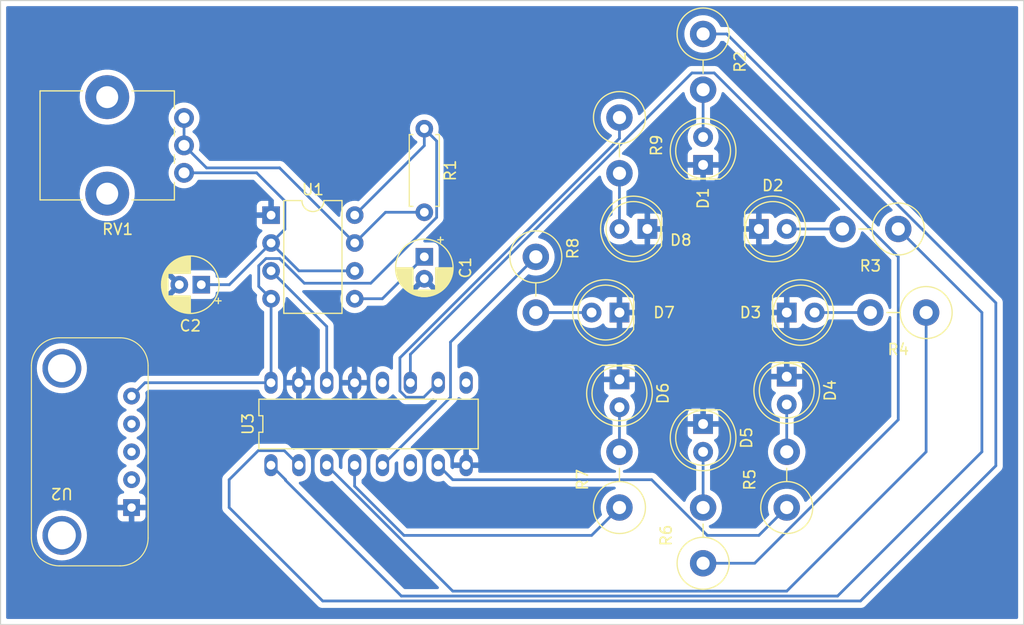
<source format=kicad_pcb>
(kicad_pcb (version 20211014) (generator pcbnew)
  (layers (0 "F.Cu" signal) (31 "B.Cu" signal) (34 "B.Paste" user) (35 "F.Paste" user) (36 "B.SilkS" user "B.Silkscreen") (37 "F.SilkS" user "F.Silkscreen") (38 "B.Mask" user) (39 "F.Mask" user) (44 "Edge.Cuts" user))
  (net 0 "")
  (net 1 "Net-(C1-Pad1)")
  (net 2 "GND")
  (net 3 "Net-(C2-Pad1)")
  (net 4 "Net-(D1-Pad2)")
  (net 5 "Net-(D2-Pad2)")
  (net 6 "Net-(D3-Pad2)")
  (net 7 "Net-(D4-Pad2)")
  (net 8 "Net-(D5-Pad2)")
  (net 9 "Net-(D6-Pad2)")
  (net 10 "Net-(R8-Pad1)")
  (net 11 "Net-(D8-Pad2)")
  (net 12 "+5V")
  (net 13 "Net-(R1-Pad2)")
  (net 14 "Net-(R2-Pad1)")
  (net 15 "Net-(R3-Pad1)")
  (net 16 "Net-(R4-Pad1)")
  (net 17 "Net-(R5-Pad1)")
  (net 18 "Net-(R6-Pad1)")
  (net 19 "Net-(R7-Pad1)")
  (net 20 "Net-(D7-Pad2)")
  (net 21 "Net-(R9-Pad1)")
  (net 22 "Net-(U1-Pad3)")
  (footprint "LED_THT:LED_D5.0mm" (layer "F.Cu") (at 182.88 94.996 -90)
    (fp_text reference "D6" (at 1.27 -3.96 90) (layer "F.SilkS"))
    (fp_text value "LED")
    (fp_line (start -1.29 -1.545) (end -1.29 1.545) (layer "F.SilkS") (width 0.12))
    (fp_arc (start -1.29 -1.54483) (mid 2.072002 -2.880433) (end 4.26 0.000462) (layer "F.SilkS") (width 0.12))
    (fp_arc (start 4.26 -0.000462) (mid 2.072002 2.880433) (end -1.29 1.54483) (layer "F.SilkS") (width 0.12))
    (fp_circle (center 1.27 0) (end 3.77 0) (layer "F.SilkS") (width 0.12) (fill none))
    (pad "1" thru_hole rect (at 0 0 270) (size 1.8 1.8) (drill 0.9) (layers *.Cu *.Mask) (net 2 "GND"))
    (pad "2" thru_hole circle (at 2.54 0 270) (size 1.8 1.8) (drill 0.9) (layers *.Cu *.Mask) (net 9 "Net-(D6-Pad2)"))
  )
  (footprint "USB_breakout:micro-b_adafruit" (layer "F.Cu") (at 132.08 109.22 180)
    (fp_text reference "U2" (at 0 3.81 180 unlocked) (layer "F.SilkS"))
    (fp_text value "micro-b")
    (fp_line (start -7.855949 15.475949) (end -7.855949 -0.235949) (layer "F.SilkS") (width 0.1))
    (fp_line (start 0.235949 18.015949) (end -5.315949 18.015949) (layer "F.SilkS") (width 0.1))
    (fp_line (start -5.315949 -2.775949) (end 0.235949 -2.775949) (layer "F.SilkS") (width 0.1))
    (fp_line (start 2.775949 -0.235949) (end 2.775949 15.475949) (layer "F.SilkS") (width 0.1))
    (fp_arc (start 2.775949 15.475949) (mid 2.032 17.272) (end 0.235949 18.015949) (layer "F.SilkS") (width 0.1))
    (fp_arc (start 0.235949 -2.775949) (mid 2.032 -2.032) (end 2.775949 -0.235949) (layer "F.SilkS") (width 0.1))
    (fp_arc (start -5.315949 18.015949) (mid -7.112 17.272) (end -7.855949 15.475949) (layer "F.SilkS") (width 0.1))
    (fp_arc (start -7.855949 -0.235949) (mid -7.112 -2.032) (end -5.315949 -2.775949) (layer "F.SilkS") (width 0.1))
    (pad "" np_thru_hole circle (at 0 15.24 180) (size 3.54 3.54) (drill 2.54) (layers F&B.Cu *.Mask))
    (pad "" np_thru_hole circle (at 0 0 180) (size 3.54 3.54) (drill 2.54) (layers F&B.Cu *.Mask))
    (pad "1" thru_hole rect (at -6.35 2.54 180) (size 1.524 1.524) (drill 0.762) (layers *.Cu *.Mask) (net 2 "GND"))
    (pad "2" thru_hole circle (at -6.35 5.08 180) (size 1.524 1.524) (drill 0.762) (layers *.Cu *.Mask))
    (pad "3" thru_hole circle (at -6.35 7.62 180) (size 1.524 1.524) (drill 0.762) (layers *.Cu *.Mask))
    (pad "4" thru_hole circle (at -6.35 10.16 180) (size 1.524 1.524) (drill 0.762) (layers *.Cu *.Mask))
    (pad "5" thru_hole circle (at -6.35 12.7 180) (size 1.524 1.524) (drill 0.762) (layers *.Cu *.Mask) (net 12 "+5V"))
  )
  (footprint "Capacitor_THT:CP_Radial_D5.0mm_P2.00mm" (layer "F.Cu") (at 165.1 83.82 -90)
    (fp_text reference "C1" (at 1 -3.75 -90) (layer "F.SilkS"))
    (fp_text value "1uF")
    (fp_line (start 1.961 1.04) (end 1.961 2.398) (layer "F.SilkS") (width 0.12))
    (fp_line (start 1.881 1.04) (end 1.881 2.428) (layer "F.SilkS") (width 0.12))
    (fp_line (start 1 -2.58) (end 1 -1.04) (layer "F.SilkS") (width 0.12))
    (fp_line (start 1.28 -2.565) (end 1.28 -1.04) (layer "F.SilkS") (width 0.12))
    (fp_line (start 1.6 -2.511) (end 1.6 -1.04) (layer "F.SilkS") (width 0.12))
    (fp_line (start 1.68 1.04) (end 1.68 2.491) (layer "F.SilkS") (width 0.12))
    (fp_line (start 1.48 1.04) (end 1.48 2.536) (layer "F.SilkS") (width 0.12))
    (fp_line (start 2.241 1.04) (end 2.241 2.268) (layer "F.SilkS") (width 0.12))
    (fp_line (start 2.881 1.04) (end 2.881 1.785) (layer "F.SilkS") (width 0.12))
    (fp_line (start 2.761 1.04) (end 2.761 1.901) (layer "F.SilkS") (width 0.12))
    (fp_line (start 1.44 1.04) (end 1.44 2.543) (layer "F.SilkS") (width 0.12))
    (fp_line (start 2.161 -2.31) (end 2.161 -1.04) (layer "F.SilkS") (width 0.12))
    (fp_line (start 1.841 1.04) (end 1.841 2.442) (layer "F.SilkS") (width 0.12))
    (fp_line (start 2.401 -2.175) (end 2.401 -1.04) (layer "F.SilkS") (width 0.12))
    (fp_line (start 1.721 1.04) (end 1.721 2.48) (layer "F.SilkS") (width 0.12))
    (fp_line (start 2.041 -2.365) (end 2.041 -1.04) (layer "F.SilkS") (width 0.12))
    (fp_line (start 2.361 -2.2) (end 2.361 -1.04) (layer "F.SilkS") (width 0.12))
    (fp_line (start 1.961 -2.398) (end 1.961 -1.04) (layer "F.SilkS") (width 0.12))
    (fp_line (start 2.481 1.04) (end 2.481 2.122) (layer "F.SilkS") (width 0.12))
    (fp_line (start 2.801 1.04) (end 2.801 1.864) (layer "F.SilkS") (width 0.12))
    (fp_line (start 2.601 1.04) (end 2.601 2.035) (layer "F.SilkS") (width 0.12))
    (fp_line (start 3.401 -1.011) (end 3.401 1.011) (layer "F.SilkS") (width 0.12))
    (fp_line (start 2.801 -1.864) (end 2.801 -1.04) (layer "F.SilkS") (width 0.12))
    (fp_line (start 2.361 1.04) (end 2.361 2.2) (layer "F.SilkS") (width 0.12))
    (fp_line (start 2.841 1.04) (end 2.841 1.826) (layer "F.SilkS") (width 0.12))
    (fp_line (start 2.601 -2.035) (end 2.601 -1.04) (layer "F.SilkS") (width 0.12))
    (fp_line (start 2.401 1.04) (end 2.401 2.175) (layer "F.SilkS") (width 0.12))
    (fp_line (start 1.04 -2.58) (end 1.04 -1.04) (layer "F.SilkS") (width 0.12))
    (fp_line (start 2.001 -2.382) (end 2.001 -1.04) (layer "F.SilkS") (width 0.12))
    (fp_line (start -1.554775 -1.725) (end -1.554775 -1.225) (layer "F.SilkS") (width 0.12))
    (fp_line (start 2.721 -1.937) (end 2.721 -1.04) (layer "F.SilkS") (width 0.12))
    (fp_line (start 1.52 -2.528) (end 1.52 -1.04) (layer "F.SilkS") (width 0.12))
    (fp_line (start 1.721 -2.48) (end 1.721 -1.04) (layer "F.SilkS") (width 0.12))
    (fp_line (start 2.521 -2.095) (end 2.521 -1.04) (layer "F.SilkS") (width 0.12))
    (fp_line (start 1.52 1.04) (end 1.52 2.528) (layer "F.SilkS") (width 0.12))
    (fp_line (start 1.881 -2.428) (end 1.881 -1.04) (layer "F.SilkS") (width 0.12))
    (fp_line (start 3.201 -1.383) (end 3.201 1.383) (layer "F.SilkS") (width 0.12))
    (fp_line (start 1.921 -2.414) (end 1.921 -1.04) (layer "F.SilkS") (width 0.12))
    (fp_line (start 1.841 -2.442) (end 1.841 -1.04) (layer "F.SilkS") (width 0.12))
    (fp_line (start 2.681 -1.971) (end 2.681 -1.04) (layer "F.SilkS") (width 0.12))
    (fp_line (start 2.241 -2.268) (end 2.241 -1.04) (layer "F.SilkS") (width 0.12))
    (fp_line (start 2.441 -2.149) (end 2.441 -1.04) (layer "F.SilkS") (width 0.12))
    (fp_line (start 1.08 -2.579) (end 1.08 -1.04) (layer "F.SilkS") (width 0.12))
    (fp_line (start -1.804775 -1.475) (end -1.304775 -1.475) (layer "F.SilkS") (width 0.12))
    (fp_line (start 1.32 -2.561) (end 1.32 -1.04) (layer "F.SilkS") (width 0.12))
    (fp_line (start 2.041 1.04) (end 2.041 2.365) (layer "F.SilkS") (width 0.12))
    (fp_line (start 1.28 1.04) (end 1.28 2.565) (layer "F.SilkS") (width 0.12))
    (fp_line (start 3.001 1.04) (end 3.001 1.653) (layer "F.SilkS") (width 0.12))
    (fp_line (start 1.6 1.04) (end 1.6 2.511) (layer "F.SilkS") (width 0.12))
    (fp_line (start 1.16 1.04) (end 1.16 2.576) (layer "F.SilkS") (width 0.12))
    (fp_line (start 2.761 -1.901) (end 2.761 -1.04) (layer "F.SilkS") (width 0.12))
    (fp_line (start 1.64 -2.501) (end 1.64 -1.04) (layer "F.SilkS") (width 0.12))
    (fp_line (start 1.36 1.04) (end 1.36 2.556) (layer "F.SilkS") (width 0.12))
    (fp_line (start 2.281 -2.247) (end 2.281 -1.04) (layer "F.SilkS") (width 0.12))
    (fp_line (start 2.081 1.04) (end 2.081 2.348) (layer "F.SilkS") (width 0.12))
    (fp_line (start 1.08 1.04) (end 1.08 2.579) (layer "F.SilkS") (width 0.12))
    (fp_line (start 1.761 1.04) (end 1.761 2.468) (layer "F.SilkS") (width 0.12))
    (fp_line (start 1.36 -2.556) (end 1.36 -1.04) (layer "F.SilkS") (width 0.12))
    (fp_line (start 3.281 -1.251) (end 3.281 1.251) (layer "F.SilkS") (width 0.12))
    (fp_line (start 2.321 -2.224) (end 2.321 -1.04) (layer "F.SilkS") (width 0.12))
    (fp_line (start 1.24 -2.569) (end 1.24 -1.04) (layer "F.SilkS") (width 0.12))
    (fp_line (start 3.321 -1.178) (end 3.321 1.178) (layer "F.SilkS") (width 0.12))
    (fp_line (start 3.001 -1.653) (end 3.001 -1.04) (layer "F.SilkS") (width 0.12))
    (fp_line (start 3.361 -1.098) (end 3.361 1.098) (layer "F.SilkS") (width 0.12))
    (fp_line (start 1.24 1.04) (end 1.24 2.569) (layer "F.SilkS") (width 0.12))
    (fp_line (start 1.801 1.04) (end 1.801 2.455) (layer "F.SilkS") (width 0.12))
    (fp_line (start 2.721 1.04) (end 2.721 1.937) (layer "F.SilkS") (width 0.12))
    (fp_line (start 1.56 -2.52) (end 1.56 -1.04) (layer "F.SilkS") (width 0.12))
    (fp_line (start 2.681 1.04) (end 2.681 1.971) (layer "F.SilkS") (width 0.12))
    (fp_line (start 2.161 1.04) (end 2.161 2.31) (layer "F.SilkS") (width 0.12))
    (fp_line (start 2.641 -2.004) (end 2.641 -1.04) (layer "F.SilkS") (width 0.12))
    (fp_line (start 2.881 -1.785) (end 2.881 -1.04) (layer "F.SilkS") (width 0.12))
    (fp_line (start 2.641 1.04) (end 2.641 2.004) (layer "F.SilkS") (width 0.12))
    (fp_line (start 1.2 1.04) (end 1.2 2.573) (layer "F.SilkS") (width 0.12))
    (fp_line (start 3.441 -0.915) (end 3.441 0.915) (layer "F.SilkS") (width 0.12))
    (fp_line (start 3.561 -0.518) (end 3.561 0.518) (layer "F.SilkS") (width 0.12))
    (fp_line (start 1.56 1.04) (end 1.56 2.52) (layer "F.SilkS") (width 0.12))
    (fp_line (start 1 1.04) (end 1 2.58) (layer "F.SilkS") (width 0.12))
    (fp_line (start 1.921 1.04) (end 1.921 2.414) (layer "F.SilkS") (width 0.12))
    (fp_line (start 2.321 1.04) (end 2.321 2.224) (layer "F.SilkS") (width 0.12))
    (fp_line (start 2.121 1.04) (end 2.121 2.329) (layer "F.SilkS") (width 0.12))
    (fp_line (start 3.081 -1.554) (end 3.081 1.554) (layer "F.SilkS") (width 0.12))
    (fp_line (start 1.12 1.04) (end 1.12 2.578) (layer "F.SilkS") (width 0.12))
    (fp_line (start 1.4 -2.55) (end 1.4 -1.04) (layer "F.SilkS") (width 0.12))
    (fp_line (start 3.161 -1.443) (end 3.161 1.443) (layer "F.SilkS") (width 0.12))
    (fp_line (start 2.961 1.04) (end 2.961 1.699) (layer "F.SilkS") (width 0.12))
    (fp_line (start 1.4 1.04) (end 1.4 2.55) (layer "F.SilkS") (width 0.12))
    (fp_line (start 2.121 -2.329) (end 2.121 -1.04) (layer "F.SilkS") (width 0.12))
    (fp_line (start 2.561 1.04) (end 2.561 2.065) (layer "F.SilkS") (width 0.12))
    (fp_line (start 1.761 -2.468) (end 1.761 -1.04) (layer "F.SilkS") (width 0.12))
    (fp_line (start 2.201 1.04) (end 2.201 2.29) (layer "F.SilkS") (width 0.12))
    (fp_line (start 3.241 -1.319) (end 3.241 1.319) (layer "F.SilkS") (width 0.12))
    (fp_line (start 2.281 1.04) (end 2.281 2.247) (layer "F.SilkS") (width 0.12))
    (fp_line (start 1.16 -2.576) (end 1.16 -1.04) (layer "F.SilkS") (width 0.12))
    (fp_line (start 3.481 -0.805) (end 3.481 0.805) (layer "F.SilkS") (width 0.12))
    (fp_line (start 3.601 -0.284) (end 3.601 0.284) (layer "F.SilkS") (width 0.12))
    (fp_line (start 2.961 -1.699) (end 2.961 -1.04) (layer "F.SilkS") (width 0.12))
    (fp_line (start 1.2 -2.573) (end 1.2 -1.04) (layer "F.SilkS") (width 0.12))
    (fp_line (start 1.04 1.04) (end 1.04 2.58) (layer "F.SilkS") (width 0.12))
    (fp_line (start 2.441 1.04) (end 2.441 2.149) (layer "F.SilkS") (width 0.12))
    (fp_line (start 2.521 1.04) (end 2.521 2.095) (layer "F.SilkS") (width 0.12))
    (fp_line (start 3.121 -1.5) (end 3.121 1.5) (layer "F.SilkS") (width 0.12))
    (fp_line (start 1.68 -2.491) (end 1.68 -1.04) (layer "F.SilkS") (width 0.12))
    (fp_line (start 3.521 -0.677) (end 3.521 0.677) (layer "F.SilkS") (width 0.12))
    (fp_line (start 1.64 1.04) (end 1.64 2.501) (layer "F.SilkS") (width 0.12))
    (fp_line (start 1.32 1.04) (end 1.32 2.561) (layer "F.SilkS") (width 0.12))
    (fp_line (start 2.201 -2.29) (end 2.201 -1.04) (layer "F.SilkS") (width 0.12))
    (fp_line (start 2.001 1.04) (end 2.001 2.382) (layer "F.SilkS") (width 0.12))
    (fp_line (start 1.44 -2.543) (end 1.44 -1.04) (layer "F.SilkS") (width 0.12))
    (fp_line (start 1.12 -2.578) (end 1.12 -1.04) (layer "F.SilkS") (width 0.12))
    (fp_line (start 2.481 -2.122) (end 2.481 -1.04) (layer "F.SilkS") (width 0.12))
    (fp_line (start 2.921 1.04) (end 2.921 1.743) (layer "F.SilkS") (width 0.12))
    (fp_line (start 2.561 -2.065) (end 2.561 -1.04) (layer "F.SilkS") (width 0.12))
    (fp_line (start 2.841 -1.826) (end 2.841 -1.04) (layer "F.SilkS") (width 0.12))
    (fp_line (start 1.48 -2.536) (end 1.48 -1.04) (layer "F.SilkS") (width 0.12))
    (fp_line (start 2.081 -2.348) (end 2.081 -1.04) (layer "F.SilkS") (width 0.12))
    (fp_line (start 3.041 -1.605) (end 3.041 1.605) (layer "F.SilkS") (width 0.12))
    (fp_line (start 2.921 -1.743) (end 2.921 -1.04) (layer "F.SilkS") (width 0.12))
    (fp_line (start 1.801 -2.455) (end 1.801 -1.04) (layer "F.SilkS") (width 0.12))
    (fp_circle (center 1 0) (end 3.62 0) (layer "F.SilkS") (width 0.12) (fill none))
    (pad "1" thru_hole rect (at 0 0 270) (size 1.6 1.6) (drill 0.8) (layers *.Cu *.Mask) (net 1 "Net-(C1-Pad1)"))
    (pad "2" thru_hole circle (at 2 0 270) (size 1.6 1.6) (drill 0.8) (layers *.Cu *.Mask) (net 2 "GND"))
  )
  (footprint "Resistor_THT:R_Axial_DIN0414_L11.9mm_D4.5mm_P5.08mm_Vertical" (layer "F.Cu") (at 208.28 81.28 180)
    (fp_text reference "R3" (at 2.54 -3.37) (layer "F.SilkS"))
    (fp_text value "100")
    (fp_line (start 2.37 0) (end 3.58 0) (layer "F.SilkS") (width 0.12))
    (fp_circle (center 0 0) (end 2.37 0) (layer "F.SilkS") (width 0.12) (fill none))
    (pad "1" thru_hole circle (at 0 0 180) (size 2.4 2.4) (drill 1.2) (layers *.Cu *.Mask) (net 15 "Net-(R3-Pad1)"))
    (pad "2" thru_hole oval (at 5.08 0 180) (size 2.4 2.4) (drill 1.2) (layers *.Cu *.Mask) (net 5 "Net-(D2-Pad2)"))
  )
  (footprint "Resistor_THT:R_Axial_DIN0414_L11.9mm_D4.5mm_P5.08mm_Vertical" (layer "F.Cu") (at 190.5 111.76 90)
    (fp_text reference "R6" (at 2.54 -3.37 90) (layer "F.SilkS"))
    (fp_text value "100")
    (fp_line (start 2.37 0) (end 3.58 0) (layer "F.SilkS") (width 0.12))
    (fp_circle (center 0 0) (end 2.37 0) (layer "F.SilkS") (width 0.12) (fill none))
    (pad "1" thru_hole circle (at 0 0 90) (size 2.4 2.4) (drill 1.2) (layers *.Cu *.Mask) (net 18 "Net-(R6-Pad1)"))
    (pad "2" thru_hole oval (at 5.08 0 90) (size 2.4 2.4) (drill 1.2) (layers *.Cu *.Mask) (net 8 "Net-(D5-Pad2)"))
  )
  (footprint "Capacitor_THT:CP_Radial_D5.0mm_P2.00mm" (layer "F.Cu") (at 144.78 86.36 180)
    (fp_text reference "C2" (at 1 -3.75 180) (layer "F.SilkS"))
    (fp_text value "220nF")
    (fp_line (start 3.401 -1.011) (end 3.401 1.011) (layer "F.SilkS") (width 0.12))
    (fp_line (start 1.44 1.04) (end 1.44 2.543) (layer "F.SilkS") (width 0.12))
    (fp_line (start 2.081 -2.348) (end 2.081 -1.04) (layer "F.SilkS") (width 0.12))
    (fp_line (start 2.081 1.04) (end 2.081 2.348) (layer "F.SilkS") (width 0.12))
    (fp_line (start 1.08 -2.579) (end 1.08 -1.04) (layer "F.SilkS") (width 0.12))
    (fp_line (start 3.361 -1.098) (end 3.361 1.098) (layer "F.SilkS") (width 0.12))
    (fp_line (start 1.961 -2.398) (end 1.961 -1.04) (layer "F.SilkS") (width 0.12))
    (fp_line (start 2.161 1.04) (end 2.161 2.31) (layer "F.SilkS") (width 0.12))
    (fp_line (start 3.241 -1.319) (end 3.241 1.319) (layer "F.SilkS") (width 0.12))
    (fp_line (start 2.881 -1.785) (end 2.881 -1.04) (layer "F.SilkS") (width 0.12))
    (fp_line (start 1.64 1.04) (end 1.64 2.501) (layer "F.SilkS") (width 0.12))
    (fp_line (start 1.921 1.04) (end 1.921 2.414) (layer "F.SilkS") (width 0.12))
    (fp_line (start 2.281 1.04) (end 2.281 2.247) (layer "F.SilkS") (width 0.12))
    (fp_line (start 1.721 1.04) (end 1.721 2.48) (layer "F.SilkS") (width 0.12))
    (fp_line (start 1.6 -2.511) (end 1.6 -1.04) (layer "F.SilkS") (width 0.12))
    (fp_line (start 2.361 1.04) (end 2.361 2.2) (layer "F.SilkS") (width 0.12))
    (fp_line (start 2.761 -1.901) (end 2.761 -1.04) (layer "F.SilkS") (width 0.12))
    (fp_line (start 1.48 -2.536) (end 1.48 -1.04) (layer "F.SilkS") (width 0.12))
    (fp_line (start 2.481 -2.122) (end 2.481 -1.04) (layer "F.SilkS") (width 0.12))
    (fp_line (start 1.881 1.04) (end 1.881 2.428) (layer "F.SilkS") (width 0.12))
    (fp_line (start 2.801 -1.864) (end 2.801 -1.04) (layer "F.SilkS") (width 0.12))
    (fp_line (start 1.32 1.04) (end 1.32 2.561) (layer "F.SilkS") (width 0.12))
    (fp_line (start 2.361 -2.2) (end 2.361 -1.04) (layer "F.SilkS") (width 0.12))
    (fp_line (start 2.241 -2.268) (end 2.241 -1.04) (layer "F.SilkS") (width 0.12))
    (fp_line (start 2.121 -2.329) (end 2.121 -1.04) (layer "F.SilkS") (width 0.12))
    (fp_line (start 1.28 1.04) (end 1.28 2.565) (layer "F.SilkS") (width 0.12))
    (fp_line (start 1.08 1.04) (end 1.08 2.579) (layer "F.SilkS") (width 0.12))
    (fp_line (start 2.561 -2.065) (end 2.561 -1.04) (layer "F.SilkS") (width 0.12))
    (fp_line (start 2.441 -2.149) (end 2.441 -1.04) (layer "F.SilkS") (width 0.12))
    (fp_line (start 1.16 -2.576) (end 1.16 -1.04) (layer "F.SilkS") (width 0.12))
    (fp_line (start 2.681 -1.971) (end 2.681 -1.04) (layer "F.SilkS") (width 0.12))
    (fp_line (start 1.881 -2.428) (end 1.881 -1.04) (layer "F.SilkS") (width 0.12))
    (fp_line (start 1.04 -2.58) (end 1.04 -1.04) (layer "F.SilkS") (width 0.12))
    (fp_line (start 3.441 -0.915) (end 3.441 0.915) (layer "F.SilkS") (width 0.12))
    (fp_line (start 2.841 1.04) (end 2.841 1.826) (layer "F.SilkS") (width 0.12))
    (fp_line (start 3.081 -1.554) (end 3.081 1.554) (layer "F.SilkS") (width 0.12))
    (fp_line (start 2.161 -2.31) (end 2.161 -1.04) (layer "F.SilkS") (width 0.12))
    (fp_line (start 1 1.04) (end 1 2.58) (layer "F.SilkS") (width 0.12))
    (fp_line (start 2.121 1.04) (end 2.121 2.329) (layer "F.SilkS") (width 0.12))
    (fp_line (start 2.721 -1.937) (end 2.721 -1.04) (layer "F.SilkS") (width 0.12))
    (fp_line (start 1.4 1.04) (end 1.4 2.55) (layer "F.SilkS") (width 0.12))
    (fp_line (start 2.441 1.04) (end 2.441 2.149) (layer "F.SilkS") (width 0.12))
    (fp_line (start 1 -2.58) (end 1 -1.04) (layer "F.SilkS") (width 0.12))
    (fp_line (start -1.804775 -1.475) (end -1.304775 -1.475) (layer "F.SilkS") (width 0.12))
    (fp_line (start 2.721 1.04) (end 2.721 1.937) (layer "F.SilkS") (width 0.12))
    (fp_line (start 1.801 1.04) (end 1.801 2.455) (layer "F.SilkS") (width 0.12))
    (fp_line (start 3.521 -0.677) (end 3.521 0.677) (layer "F.SilkS") (width 0.12))
    (fp_line (start 2.201 1.04) (end 2.201 2.29) (layer "F.SilkS") (width 0.12))
    (fp_line (start 3.201 -1.383) (end 3.201 1.383) (layer "F.SilkS") (width 0.12))
    (fp_line (start 1.36 -2.556) (end 1.36 -1.04) (layer "F.SilkS") (width 0.12))
    (fp_line (start 1.36 1.04) (end 1.36 2.556) (layer "F.SilkS") (width 0.12))
    (fp_line (start 1.841 -2.442) (end 1.841 -1.04) (layer "F.SilkS") (width 0.12))
    (fp_line (start 1.44 -2.543) (end 1.44 -1.04) (layer "F.SilkS") (width 0.12))
    (fp_line (start 2.561 1.04) (end 2.561 2.065) (layer "F.SilkS") (width 0.12))
    (fp_line (start 2.881 1.04) (end 2.881 1.785) (layer "F.SilkS") (width 0.12))
    (fp_line (start 3.321 -1.178) (end 3.321 1.178) (layer "F.SilkS") (width 0.12))
    (fp_line (start 1.16 1.04) (end 1.16 2.576) (layer "F.SilkS") (width 0.12))
    (fp_line (start 2.801 1.04) (end 2.801 1.864) (layer "F.SilkS") (width 0.12))
    (fp_line (start 3.121 -1.5) (end 3.121 1.5) (layer "F.SilkS") (width 0.12))
    (fp_line (start 2.401 -2.175) (end 2.401 -1.04) (layer "F.SilkS") (width 0.12))
    (fp_line (start 1.56 1.04) (end 1.56 2.52) (layer "F.SilkS") (width 0.12))
    (fp_line (start 1.2 1.04) (end 1.2 2.573) (layer "F.SilkS") (width 0.12))
    (fp_line (start 1.2 -2.573) (end 1.2 -1.04) (layer "F.SilkS") (width 0.12))
    (fp_line (start 1.921 -2.414) (end 1.921 -1.04) (layer "F.SilkS") (width 0.12))
    (fp_line (start 3.001 1.04) (end 3.001 1.653) (layer "F.SilkS") (width 0.12))
    (fp_line (start 2.321 -2.224) (end 2.321 -1.04) (layer "F.SilkS") (width 0.12))
    (fp_line (start 2.641 -2.004) (end 2.641 -1.04) (layer "F.SilkS") (width 0.12))
    (fp_line (start 3.561 -0.518) (end 3.561 0.518) (layer "F.SilkS") (width 0.12))
    (fp_line (start 2.961 1.04) (end 2.961 1.699) (layer "F.SilkS") (width 0.12))
    (fp_line (start 1.6 1.04) (end 1.6 2.511) (layer "F.SilkS") (width 0.12))
    (fp_line (start 2.921 -1.743) (end 2.921 -1.04) (layer "F.SilkS") (width 0.12))
    (fp_line (start 1.841 1.04) (end 1.841 2.442) (layer "F.SilkS") (width 0.12))
    (fp_line (start 1.56 -2.52) (end 1.56 -1.04) (layer "F.SilkS") (width 0.12))
    (fp_line (start 2.841 -1.826) (end 2.841 -1.04) (layer "F.SilkS") (width 0.12))
    (fp_line (start 1.12 -2.578) (end 1.12 -1.04) (layer "F.SilkS") (width 0.12))
    (fp_line (start 2.761 1.04) (end 2.761 1.901) (layer "F.SilkS") (width 0.12))
    (fp_line (start 1.24 1.04) (end 1.24 2.569) (layer "F.SilkS") (width 0.12))
    (fp_line (start 2.001 -2.382) (end 2.001 -1.04) (layer "F.SilkS") (width 0.12))
    (fp_line (start 2.481 1.04) (end 2.481 2.122) (layer "F.SilkS") (width 0.12))
    (fp_line (start 2.201 -2.29) (end 2.201 -1.04) (layer "F.SilkS") (width 0.12))
    (fp_line (start 3.161 -1.443) (end 3.161 1.443) (layer "F.SilkS") (width 0.12))
    (fp_line (start 3.001 -1.653) (end 3.001 -1.04) (layer "F.SilkS") (width 0.12))
    (fp_line (start -1.554775 -1.725) (end -1.554775 -1.225) (layer "F.SilkS") (width 0.12))
    (fp_line (start 2.601 -2.035) (end 2.601 -1.04) (layer "F.SilkS") (width 0.12))
    (fp_line (start 2.961 -1.699) (end 2.961 -1.04) (layer "F.SilkS") (width 0.12))
    (fp_line (start 2.601 1.04) (end 2.601 2.035) (layer "F.SilkS") (width 0.12))
    (fp_line (start 1.961 1.04) (end 1.961 2.398) (layer "F.SilkS") (width 0.12))
    (fp_line (start 3.481 -0.805) (end 3.481 0.805) (layer "F.SilkS") (width 0.12))
    (fp_line (start 2.521 -2.095) (end 2.521 -1.04) (layer "F.SilkS") (width 0.12))
    (fp_line (start 2.041 1.04) (end 2.041 2.365) (layer "F.SilkS") (width 0.12))
    (fp_line (start 1.28 -2.565) (end 1.28 -1.04) (layer "F.SilkS") (width 0.12))
    (fp_line (start 2.681 1.04) (end 2.681 1.971) (layer "F.SilkS") (width 0.12))
    (fp_line (start 1.48 1.04) (end 1.48 2.536) (layer "F.SilkS") (width 0.12))
    (fp_line (start 1.761 -2.468) (end 1.761 -1.04) (layer "F.SilkS") (width 0.12))
    (fp_line (start 1.761 1.04) (end 1.761 2.468) (layer "F.SilkS") (width 0.12))
    (fp_line (start 3.601 -0.284) (end 3.601 0.284) (layer "F.SilkS") (width 0.12))
    (fp_line (start 1.64 -2.501) (end 1.64 -1.04) (layer "F.SilkS") (width 0.12))
    (fp_line (start 1.04 1.04) (end 1.04 2.58) (layer "F.SilkS") (width 0.12))
    (fp_line (start 2.401 1.04) (end 2.401 2.175) (layer "F.SilkS") (width 0.12))
    (fp_line (start 1.12 1.04) (end 1.12 2.578) (layer "F.SilkS") (width 0.12))
    (fp_line (start 2.521 1.04) (end 2.521 2.095) (layer "F.SilkS") (width 0.12))
    (fp_line (start 2.921 1.04) (end 2.921 1.743) (layer "F.SilkS") (width 0.12))
    (fp_line (start 2.281 -2.247) (end 2.281 -1.04) (layer "F.SilkS") (width 0.12))
    (fp_line (start 2.241 1.04) (end 2.241 2.268) (layer "F.SilkS") (width 0.12))
    (fp_line (start 2.001 1.04) (end 2.001 2.382) (layer "F.SilkS") (width 0.12))
    (fp_line (start 3.041 -1.605) (end 3.041 1.605) (layer "F.SilkS") (width 0.12))
    (fp_line (start 2.641 1.04) (end 2.641 2.004) (layer "F.SilkS") (width 0.12))
    (fp_line (start 2.041 -2.365) (end 2.041 -1.04) (layer "F.SilkS") (width 0.12))
    (fp_line (start 1.721 -2.48) (end 1.721 -1.04) (layer "F.SilkS") (width 0.12))
    (fp_line (start 2.321 1.04) (end 2.321 2.224) (layer "F.SilkS") (width 0.12))
    (fp_line (start 1.4 -2.55) (end 1.4 -1.04) (layer "F.SilkS") (width 0.12))
    (fp_line (start 1.24 -2.569) (end 1.24 -1.04) (layer "F.SilkS") (width 0.12))
    (fp_line (start 1.68 1.04) (end 1.68 2.491) (layer "F.SilkS") (width 0.12))
    (fp_line (start 3.281 -1.251) (end 3.281 1.251) (layer "F.SilkS") (width 0.12))
    (fp_line (start 1.32 -2.561) (end 1.32 -1.04) (layer "F.SilkS") (width 0.12))
    (fp_line (start 1.68 -2.491) (end 1.68 -1.04) (layer "F.SilkS") (width 0.12))
    (fp_line (start 1.52 1.04) (end 1.52 2.528) (layer "F.SilkS") (width 0.12))
    (fp_line (start 1.52 -2.528) (end 1.52 -1.04) (layer "F.SilkS") (width 0.12))
    (fp_line (start 1.801 -2.455) (end 1.801 -1.04) (layer "F.SilkS") (width 0.12))
    (fp_circle (center 1 0) (end 3.62 0) (layer "F.SilkS") (width 0.12) (fill none))
    (pad "1" thru_hole rect (at 0 0 180) (size 1.6 1.6) (drill 0.8) (layers *.Cu *.Mask) (net 3 "Net-(C2-Pad1)"))
    (pad "2" thru_hole circle (at 2 0 180) (size 1.6 1.6) (drill 0.8) (layers *.Cu *.Mask) (net 2 "GND"))
  )
  (footprint "LED_THT:LED_D5.0mm" (layer "F.Cu") (at 190.5 99.06 -90)
    (fp_text reference "D5" (at 1.27 -3.96 90) (layer "F.SilkS"))
    (fp_text value "LED")
    (fp_line (start -1.29 -1.545) (end -1.29 1.545) (layer "F.SilkS") (width 0.12))
    (fp_arc (start -1.29 -1.54483) (mid 2.072002 -2.880433) (end 4.26 0.000462) (layer "F.SilkS") (width 0.12))
    (fp_arc (start 4.26 -0.000462) (mid 2.072002 2.880433) (end -1.29 1.54483) (layer "F.SilkS") (width 0.12))
    (fp_circle (center 1.27 0) (end 3.77 0) (layer "F.SilkS") (width 0.12) (fill none))
    (pad "1" thru_hole rect (at 0 0 270) (size 1.8 1.8) (drill 0.9) (layers *.Cu *.Mask) (net 2 "GND"))
    (pad "2" thru_hole circle (at 2.54 0 270) (size 1.8 1.8) (drill 0.9) (layers *.Cu *.Mask) (net 8 "Net-(D5-Pad2)"))
  )
  (footprint "Resistor_THT:R_Axial_DIN0207_L6.3mm_D2.5mm_P7.62mm_Horizontal" (layer "F.Cu") (at 165.1 72.136 -90)
    (fp_text reference "R1" (at 3.81 -2.37 90) (layer "F.SilkS"))
    (fp_text value "100k")
    (fp_line (start 0.54 -1.04) (end 0.54 -1.37) (layer "F.SilkS") (width 0.12))
    (fp_line (start 7.08 1.37) (end 7.08 1.04) (layer "F.SilkS") (width 0.12))
    (fp_line (start 0.54 1.04) (end 0.54 1.37) (layer "F.SilkS") (width 0.12))
    (fp_line (start 0.54 -1.37) (end 7.08 -1.37) (layer "F.SilkS") (width 0.12))
    (fp_line (start 0.54 1.37) (end 7.08 1.37) (layer "F.SilkS") (width 0.12))
    (fp_line (start 7.08 -1.37) (end 7.08 -1.04) (layer "F.SilkS") (width 0.12))
    (pad "1" thru_hole circle (at 0 0 270) (size 1.6 1.6) (drill 0.8) (layers *.Cu *.Mask) (net 12 "+5V"))
    (pad "2" thru_hole oval (at 7.62 0 270) (size 1.6 1.6) (drill 0.8) (layers *.Cu *.Mask) (net 13 "Net-(R1-Pad2)"))
  )
  (footprint "Resistor_THT:R_Axial_DIN0414_L11.9mm_D4.5mm_P5.08mm_Vertical" (layer "F.Cu") (at 182.88 71.12 -90)
    (fp_text reference "R9" (at 2.54 -3.37 90) (layer "F.SilkS"))
    (fp_text value "100")
    (fp_line (start 2.37 0) (end 3.58 0) (layer "F.SilkS") (width 0.12))
    (fp_circle (center 0 0) (end 2.37 0) (layer "F.SilkS") (width 0.12) (fill none))
    (pad "1" thru_hole circle (at 0 0 270) (size 2.4 2.4) (drill 1.2) (layers *.Cu *.Mask) (net 21 "Net-(R9-Pad1)"))
    (pad "2" thru_hole oval (at 5.08 0 270) (size 2.4 2.4) (drill 1.2) (layers *.Cu *.Mask) (net 11 "Net-(D8-Pad2)"))
  )
  (footprint "LED_THT:LED_D5.0mm" (layer "F.Cu") (at 182.88 88.9 180)
    (fp_text reference "D7" (at -4.064 0) (layer "F.SilkS"))
    (fp_text value "LED")
    (fp_line (start -1.29 -1.545) (end -1.29 1.545) (layer "F.SilkS") (width 0.12))
    (fp_arc (start -1.29 -1.54483) (mid 2.072002 -2.880433) (end 4.26 0.000462) (layer "F.SilkS") (width 0.12))
    (fp_arc (start 4.26 -0.000462) (mid 2.072002 2.880433) (end -1.29 1.54483) (layer "F.SilkS") (width 0.12))
    (fp_circle (center 1.27 0) (end 3.77 0) (layer "F.SilkS") (width 0.12) (fill none))
    (pad "1" thru_hole rect (at 0 0 180) (size 1.8 1.8) (drill 0.9) (layers *.Cu *.Mask) (net 2 "GND"))
    (pad "2" thru_hole circle (at 2.54 0 180) (size 1.8 1.8) (drill 0.9) (layers *.Cu *.Mask) (net 20 "Net-(D7-Pad2)"))
  )
  (footprint "LED_THT:LED_D5.0mm" (layer "F.Cu") (at 190.5 75.438 90)
    (fp_text reference "D1" (at -3.048 0 90) (layer "F.SilkS"))
    (fp_text value "LED")
    (fp_line (start -1.29 -1.545) (end -1.29 1.545) (layer "F.SilkS") (width 0.12))
    (fp_arc (start 4.26 -0.000462) (mid 2.072002 2.880433) (end -1.29 1.54483) (layer "F.SilkS") (width 0.12))
    (fp_arc (start -1.29 -1.54483) (mid 2.072002 -2.880433) (end 4.26 0.000462) (layer "F.SilkS") (width 0.12))
    (fp_circle (center 1.27 0) (end 3.77 0) (layer "F.SilkS") (width 0.12) (fill none))
    (pad "1" thru_hole rect (at 0 0 90) (size 1.8 1.8) (drill 0.9) (layers *.Cu *.Mask) (net 2 "GND"))
    (pad "2" thru_hole circle (at 2.54 0 90) (size 1.8 1.8) (drill 0.9) (layers *.Cu *.Mask) (net 4 "Net-(D1-Pad2)"))
  )
  (footprint "Potentiometer_THT:Potentiometer_Bourns_PTV09A-1_Single_Vertical" (layer "F.Cu") (at 143.21 71.16 180)
    (fp_text reference "RV1" (at 6.05 -10.15) (layer "F.SilkS"))
    (fp_text value "100k")
    (fp_line (start 0.88 -7.47) (end 4.745 -7.47) (layer "F.SilkS") (width 0.12))
    (fp_line (start 0.88 -4.129) (end 0.88 -3.37) (layer "F.SilkS") (width 0.12))
    (fp_line (start 0.88 -1.629) (end 0.88 -0.87) (layer "F.SilkS") (width 0.12))
    (fp_line (start 9.255 2.47) (end 13.12 2.47) (layer "F.SilkS") (width 0.12))
    (fp_line (start 9.255 -7.47) (end 13.12 -7.47) (layer "F.SilkS") (width 0.12))
    (fp_line (start 0.88 2.47) (end 4.745 2.47) (layer "F.SilkS") (width 0.12))
    (fp_line (start 0.88 -7.47) (end 0.88 -5.871) (layer "F.SilkS") (width 0.12))
    (fp_line (start 0.88 0.87) (end 0.88 2.47) (layer "F.SilkS") (width 0.12))
    (fp_line (start 13.12 -7.47) (end 13.12 2.47) (layer "F.SilkS") (width 0.12))
    (pad "" np_thru_hole circle (at 7 -6.9 180) (size 4 4) (drill 2) (layers *.Cu *.Mask))
    (pad "" np_thru_hole circle (at 7 1.9 180) (size 4 4) (drill 2) (layers *.Cu *.Mask))
    (pad "1" thru_hole circle (at 0 0 180) (size 1.8 1.8) (drill 1) (layers *.Cu *.Mask) (net 13 "Net-(R1-Pad2)"))
    (pad "2" thru_hole circle (at 0 -2.5 180) (size 1.8 1.8) (drill 1) (layers *.Cu *.Mask) (net 13 "Net-(R1-Pad2)"))
    (pad "3" thru_hole circle (at 0 -5 180) (size 1.8 1.8) (drill 1) (layers *.Cu *.Mask) (net 3 "Net-(C2-Pad1)"))
  )
  (footprint "Resistor_THT:R_Axial_DIN0414_L11.9mm_D4.5mm_P5.08mm_Vertical" (layer "F.Cu") (at 210.82 88.9 180)
    (fp_text reference "R4" (at 2.54 -3.37) (layer "F.SilkS"))
    (fp_text value "100")
    (fp_line (start 2.37 0) (end 3.58 0) (layer "F.SilkS") (width 0.12))
    (fp_circle (center 0 0) (end 2.37 0) (layer "F.SilkS") (width 0.12) (fill none))
    (pad "1" thru_hole circle (at 0 0 180) (size 2.4 2.4) (drill 1.2) (layers *.Cu *.Mask) (net 16 "Net-(R4-Pad1)"))
    (pad "2" thru_hole oval (at 5.08 0 180) (size 2.4 2.4) (drill 1.2) (layers *.Cu *.Mask) (net 6 "Net-(D3-Pad2)"))
  )
  (footprint "LED_THT:LED_D5.0mm" (layer "F.Cu") (at 198.12 88.9)
    (fp_text reference "D3" (at -3.302 0) (layer "F.SilkS"))
    (fp_text value "LED")
    (fp_line (start -1.29 -1.545) (end -1.29 1.545) (layer "F.SilkS") (width 0.12))
    (fp_arc (start -1.29 -1.54483) (mid 2.072002 -2.880433) (end 4.26 0.000462) (layer "F.SilkS") (width 0.12))
    (fp_arc (start 4.26 -0.000462) (mid 2.072002 2.880433) (end -1.29 1.54483) (layer "F.SilkS") (width 0.12))
    (fp_circle (center 1.27 0) (end 3.77 0) (layer "F.SilkS") (width 0.12) (fill none))
    (pad "1" thru_hole rect (at 0 0) (size 1.8 1.8) (drill 0.9) (layers *.Cu *.Mask) (net 2 "GND"))
    (pad "2" thru_hole circle (at 2.54 0) (size 1.8 1.8) (drill 0.9) (layers *.Cu *.Mask) (net 6 "Net-(D3-Pad2)"))
  )
  (footprint "CD4022BE:CD4022BE" (layer "F.Cu") (at 160.02 99.06)
    (fp_text reference "U3" (at -10.99 0 90) (layer "F.SilkS"))
    (fp_text value "CD4022BE")
    (fp_line (start 9.99 2.26) (end 9.99 -2.259999) (layer "F.SilkS") (width 0.12))
    (fp_line (start -9.63 -0.753333) (end -9.63 0.753333) (layer "F.SilkS") (width 0.12))
    (fp_line (start -9.99 2.259999) (end 9.99 2.26) (layer "F.SilkS") (width 0.12))
    (fp_line (start -9.99 -2.26) (end -9.99 -0.753333) (layer "F.SilkS") (width 0.12))
    (fp_line (start -9.99 -0.753333) (end -9.63 -0.753333) (layer "F.SilkS") (width 0.12))
    (fp_line (start -9.99 0.753333) (end -9.99 2.259999) (layer "F.SilkS") (width 0.12))
    (fp_line (start 9.99 -2.259999) (end -9.99 -2.26) (layer "F.SilkS") (width 0.12))
    (fp_line (start -9.63 0.753333) (end -9.99 0.753333) (layer "F.SilkS") (width 0.12))
    (pad "1" thru_hole oval (at -8.89 3.76) (size 1.2 2) (drill 0.8) (layers *.Cu *.Mask) (net 15 "Net-(R3-Pad1)"))
    (pad "2" thru_hole oval (at -6.35 3.76) (size 1.2 2) (drill 0.8) (layers *.Cu *.Mask) (net 14 "Net-(R2-Pad1)"))
    (pad "3" thru_hole oval (at -3.81 3.76) (size 1.2 2) (drill 0.8) (layers *.Cu *.Mask) (net 16 "Net-(R4-Pad1)"))
    (pad "4" thru_hole oval (at -1.27 3.76) (size 1.2 2) (drill 0.8) (layers *.Cu *.Mask) (net 19 "Net-(R7-Pad1)"))
    (pad "5" thru_hole oval (at 1.27 3.76) (size 1.2 2) (drill 0.8) (layers *.Cu *.Mask) (net 10 "Net-(R8-Pad1)"))
    (pad "6" thru_hole oval (at 3.81 3.76) (size 1.2 2) (drill 0.8) (layers *.Cu *.Mask))
    (pad "7" thru_hole oval (at 6.35 3.76) (size 1.2 2) (drill 0.8) (layers *.Cu *.Mask) (net 17 "Net-(R5-Pad1)"))
    (pad "8" thru_hole oval (at 8.89 3.76) (size 1.2 2) (drill 0.8) (layers *.Cu *.Mask) (net 2 "GND"))
    (pad "9" thru_hole oval (at 8.89 -3.76) (size 1.2 2) (drill 0.8) (layers *.Cu *.Mask))
    (pad "10" thru_hole oval (at 6.35 -3.76) (size 1.2 2) (drill 0.8) (layers *.Cu *.Mask) (net 21 "Net-(R9-Pad1)"))
    (pad "11" thru_hole oval (at 3.81 -3.76) (size 1.2 2) (drill 0.8) (layers *.Cu *.Mask) (net 18 "Net-(R6-Pad1)"))
    (pad "12" thru_hole oval (at 1.27 -3.76) (size 1.2 2) (drill 0.8) (layers *.Cu *.Mask))
    (pad "13" thru_hole oval (at -1.27 -3.76) (size 1.2 2) (drill 0.8) (layers *.Cu *.Mask) (net 2 "GND"))
    (pad "14" thru_hole oval (at -3.81 -3.76) (size 1.2 2) (drill 0.8) (layers *.Cu *.Mask) (net 22 "Net-(U1-Pad3)"))
    (pad "15" thru_hole oval (at -6.35 -3.76) (size 1.2 2) (drill 0.8) (layers *.Cu *.Mask) (net 2 "GND"))
    (pad "16" thru_hole oval (at -8.89 -3.76) (size 1.2 2) (drill 0.8) (layers *.Cu *.Mask) (net 12 "+5V"))
  )
  (footprint "Resistor_THT:R_Axial_DIN0414_L11.9mm_D4.5mm_P5.08mm_Vertical" (layer "F.Cu") (at 198.12 106.68 90)
    (fp_text reference "R5" (at 2.54 -3.37 90) (layer "F.SilkS"))
    (fp_text value "100")
    (fp_line (start 2.37 0) (end 3.58 0) (layer "F.SilkS") (width 0.12))
    (fp_circle (center 0 0) (end 2.37 0) (layer "F.SilkS") (width 0.12) (fill none))
    (pad "1" thru_hole circle (at 0 0 90) (size 2.4 2.4) (drill 1.2) (layers *.Cu *.Mask) (net 17 "Net-(R5-Pad1)"))
    (pad "2" thru_hole oval (at 5.08 0 90) (size 2.4 2.4) (drill 1.2) (layers *.Cu *.Mask) (net 7 "Net-(D4-Pad2)"))
  )
  (footprint "LED_THT:LED_D5.0mm" (layer "F.Cu") (at 195.58 81.28)
    (fp_text reference "D2" (at 1.27 -3.96) (layer "F.SilkS"))
    (fp_text value "LED")
    (fp_line (start -1.29 -1.545) (end -1.29 1.545) (layer "F.SilkS") (width 0.12))
    (fp_arc (start 4.26 -0.000462) (mid 2.072002 2.880433) (end -1.29 1.54483) (layer "F.SilkS") (width 0.12))
    (fp_arc (start -1.29 -1.54483) (mid 2.072002 -2.880433) (end 4.26 0.000462) (layer "F.SilkS") (width 0.12))
    (fp_circle (center 1.27 0) (end 3.77 0) (layer "F.SilkS") (width 0.12) (fill none))
    (pad "1" thru_hole rect (at 0 0) (size 1.8 1.8) (drill 0.9) (layers *.Cu *.Mask) (net 2 "GND"))
    (pad "2" thru_hole circle (at 2.54 0) (size 1.8 1.8) (drill 0.9) (layers *.Cu *.Mask) (net 5 "Net-(D2-Pad2)"))
  )
  (footprint "Resistor_THT:R_Axial_DIN0414_L11.9mm_D4.5mm_P5.08mm_Vertical" (layer "F.Cu") (at 182.88 106.68 90)
    (fp_text reference "R7" (at 2.54 -3.37 90) (layer "F.SilkS"))
    (fp_text value "100")
    (fp_line (start 2.37 0) (end 3.58 0) (layer "F.SilkS") (width 0.12))
    (fp_circle (center 0 0) (end 2.37 0) (layer "F.SilkS") (width 0.12) (fill none))
    (pad "1" thru_hole circle (at 0 0 90) (size 2.4 2.4) (drill 1.2) (layers *.Cu *.Mask) (net 19 "Net-(R7-Pad1)"))
    (pad "2" thru_hole oval (at 5.08 0 90) (size 2.4 2.4) (drill 1.2) (layers *.Cu *.Mask) (net 9 "Net-(D6-Pad2)"))
  )
  (footprint "Resistor_THT:R_Axial_DIN0414_L11.9mm_D4.5mm_P5.08mm_Vertical" (layer "F.Cu") (at 190.5 63.5 -90)
    (fp_text reference "R2" (at 2.54 -3.37 90) (layer "F.SilkS"))
    (fp_text value "100")
    (fp_line (start 2.37 0) (end 3.58 0) (layer "F.SilkS") (width 0.12))
    (fp_circle (center 0 0) (end 2.37 0) (layer "F.SilkS") (width 0.12) (fill none))
    (pad "1" thru_hole circle (at 0 0 270) (size 2.4 2.4) (drill 1.2) (layers *.Cu *.Mask) (net 14 "Net-(R2-Pad1)"))
    (pad "2" thru_hole oval (at 5.08 0 270) (size 2.4 2.4) (drill 1.2) (layers *.Cu *.Mask) (net 4 "Net-(D1-Pad2)"))
  )
  (footprint "LED_THT:LED_D5.0mm" (layer "F.Cu") (at 185.42 81.28 180)
    (fp_text reference "D8" (at -3.048 -1.016) (layer "F.SilkS"))
    (fp_text value "LED")
    (fp_line (start -1.29 -1.545) (end -1.29 1.545) (layer "F.SilkS") (width 0.12))
    (fp_arc (start -1.29 -1.54483) (mid 2.072002 -2.880433) (end 4.26 0.000462) (layer "F.SilkS") (width 0.12))
    (fp_arc (start 4.26 -0.000462) (mid 2.072002 2.880433) (end -1.29 1.54483) (layer "F.SilkS") (width 0.12))
    (fp_circle (center 1.27 0) (end 3.77 0) (layer "F.SilkS") (width 0.12) (fill none))
    (pad "1" thru_hole rect (at 0 0 180) (size 1.8 1.8) (drill 0.9) (layers *.Cu *.Mask) (net 2 "GND"))
    (pad "2" thru_hole circle (at 2.54 0 180) (size 1.8 1.8) (drill 0.9) (layers *.Cu *.Mask) (net 11 "Net-(D8-Pad2)"))
  )
  (footprint "LED_THT:LED_D5.0mm" (layer "F.Cu") (at 198.12 94.742 -90)
    (fp_text reference "D4" (at 1.27 -3.96 90) (layer "F.SilkS"))
    (fp_text value "LED")
    (fp_line (start -1.29 -1.545) (end -1.29 1.545) (layer "F.SilkS") (width 0.12))
    (fp_arc (start 4.26 -0.000462) (mid 2.072002 2.880433) (end -1.29 1.54483) (layer "F.SilkS") (width 0.12))
    (fp_arc (start -1.29 -1.54483) (mid 2.072002 -2.880433) (end 4.26 0.000462) (layer "F.SilkS") (width 0.12))
    (fp_circle (center 1.27 0) (end 3.77 0) (layer "F.SilkS") (width 0.12) (fill none))
    (pad "1" thru_hole rect (at 0 0 270) (size 1.8 1.8) (drill 0.9) (layers *.Cu *.Mask) (net 2 "GND"))
    (pad "2" thru_hole circle (at 2.54 0 270) (size 1.8 1.8) (drill 0.9) (layers *.Cu *.Mask) (net 7 "Net-(D4-Pad2)"))
  )
  (footprint "Package_DIP:DIP-8_W7.62mm" (layer "F.Cu") (at 151.14 80.02)
    (fp_text reference "U1" (at 3.81 -2.33) (layer "F.SilkS"))
    (fp_text value "NE555P")
    (fp_line (start 6.46 -1.33) (end 4.81 -1.33) (layer "F.SilkS") (width 0.12))
    (fp_line (start 1.16 -1.33) (end 1.16 8.95) (layer "F.SilkS") (width 0.12))
    (fp_line (start 2.81 -1.33) (end 1.16 -1.33) (layer "F.SilkS") (width 0.12))
    (fp_line (start 6.46 8.95) (end 6.46 -1.33) (layer "F.SilkS") (width 0.12))
    (fp_line (start 1.16 8.95) (end 6.46 8.95) (layer "F.SilkS") (width 0.12))
    (fp_arc (start 4.81 -1.33) (mid 3.81 -0.33) (end 2.81 -1.33) (layer "F.SilkS") (width 0.12))
    (pad "1" thru_hole rect (at 0 0) (size 1.6 1.6) (drill 0.8) (layers *.Cu *.Mask) (net 2 "GND"))
    (pad "2" thru_hole oval (at 0 2.54) (size 1.6 1.6) (drill 0.8) (layers *.Cu *.Mask) (net 3 "Net-(C2-Pad1)"))
    (pad "3" thru_hole oval (at 0 5.08) (size 1.6 1.6) (drill 0.8) (layers *.Cu *.Mask) (net 22 "Net-(U1-Pad3)"))
    (pad "4" thru_hole oval (at 0 7.62) (size 1.6 1.6) (drill 0.8) (layers *.Cu *.Mask) (net 12 "+5V"))
    (pad "5" thru_hole oval (at 7.62 7.62) (size 1.6 1.6) (drill 0.8) (layers *.Cu *.Mask) (net 1 "Net-(C1-Pad1)"))
    (pad "6" thru_hole oval (at 7.62 5.08) (size 1.6 1.6) (drill 0.8) (layers *.Cu *.Mask) (net 3 "Net-(C2-Pad1)"))
    (pad "7" thru_hole oval (at 7.62 2.54) (size 1.6 1.6) (drill 0.8) (layers *.Cu *.Mask) (net 13 "Net-(R1-Pad2)"))
    (pad "8" thru_hole oval (at 7.62 0) (size 1.6 1.6) (drill 0.8) (layers *.Cu *.Mask) (net 12 "+5V"))
  )
  (footprint "Resistor_THT:R_Axial_DIN0414_L11.9mm_D4.5mm_P5.08mm_Vertical" (layer "F.Cu") (at 175.26 83.82 -90)
    (fp_text reference "R8" (at -0.762 -3.37 90) (layer "F.SilkS"))
    (fp_text value "100")
    (fp_line (start 2.37 0) (end 3.58 0) (layer "F.SilkS") (width 0.12))
    (fp_circle (center 0 0) (end 2.37 0) (layer "F.SilkS") (width 0.12) (fill none))
    (pad "1" thru_hole circle (at 0 0 270) (size 2.4 2.4) (drill 1.2) (layers *.Cu *.Mask) (net 10 "Net-(R8-Pad1)"))
    (pad "2" thru_hole oval (at 5.08 0 270) (size 2.4 2.4) (drill 1.2) (layers *.Cu *.Mask) (net 20 "Net-(D7-Pad2)"))
  )
  (gr_rect (start 126.492 60.452) (end 219.71 117.348) (layer "Edge.Cuts") (width 0.1) (fill none))
  (segment (start 161.28 87.64) (end 165.1 83.82) (width 0.25) (layer "B.Cu") (net 1))
  (segment (start 158.76 87.64) (end 161.28 87.64) (width 0.25) (layer "B.Cu") (net 1))
  (segment (start 153.68 85.1) (end 151.14 82.56) (width 0.25) (layer "B.Cu") (net 3))
  (segment (start 152.4 78.74) (end 152.4 81.3) (width 0.25) (layer "B.Cu") (net 3))
  (segment (start 149.82 76.16) (end 152.4 78.74) (width 0.25) (layer "B.Cu") (net 3))
  (segment (start 147.34 86.36) (end 151.14 82.56) (width 0.25) (layer "B.Cu") (net 3))
  (segment (start 144.78 86.36) (end 147.34 86.36) (width 0.25) (layer "B.Cu") (net 3))
  (segment (start 143.21 76.16) (end 149.82 76.16) (width 0.25) (layer "B.Cu") (net 3))
  (segment (start 158.76 85.1) (end 153.68 85.1) (width 0.25) (layer "B.Cu") (net 3))
  (segment (start 152.4 81.3) (end 151.14 82.56) (width 0.25) (layer "B.Cu") (net 3))
  (segment (start 190.5 68.58) (end 190.5 72.898) (width 0.25) (layer "B.Cu") (net 4))
  (segment (start 198.12 81.28) (end 203.2 81.28) (width 0.25) (layer "B.Cu") (net 5))
  (segment (start 200.66 88.9) (end 205.74 88.9) (width 0.25) (layer "B.Cu") (net 6))
  (segment (start 198.12 97.282) (end 198.12 101.6) (width 0.25) (layer "B.Cu") (net 7))
  (segment (start 190.5 101.6) (end 190.5 106.68) (width 0.25) (layer "B.Cu") (net 8))
  (segment (start 182.88 97.536) (end 182.88 101.6) (width 0.25) (layer "B.Cu") (net 9))
  (segment (start 167.48548 91.59452) (end 175.26 83.82) (width 0.25) (layer "B.Cu") (net 10))
  (segment (start 167.48548 96.62452) (end 167.48548 91.59452) (width 0.25) (layer "B.Cu") (net 10))
  (segment (start 161.29 102.82) (end 167.48548 96.62452) (width 0.25) (layer "B.Cu") (net 10))
  (segment (start 182.88 76.2) (end 182.88 81.28) (width 0.25) (layer "B.Cu") (net 11))
  (segment (start 166.224511 73.260511) (end 165.1 72.136) (width 0.25) (layer "B.Cu") (net 12))
  (segment (start 150.674211 83.975489) (end 151.919771 83.975489) (width 0.25) (layer "B.Cu") (net 12))
  (segment (start 151.919771 83.975489) (end 154.168793 86.224511) (width 0.25) (layer "B.Cu") (net 12))
  (segment (start 151.14 87.64) (end 150.015489 86.515489) (width 0.25) (layer "B.Cu") (net 12))
  (segment (start 151.14 95.29) (end 151.13 95.3) (width 0.25) (layer "B.Cu") (net 12))
  (segment (start 151.13 95.3) (end 139.65 95.3) (width 0.25) (layer "B.Cu") (net 12))
  (segment (start 150.015489 86.515489) (end 150.015489 84.634211) (width 0.25) (layer "B.Cu") (net 12))
  (segment (start 166.224511 80.221789) (end 166.224511 73.260511) (width 0.25) (layer "B.Cu") (net 12))
  (segment (start 150.015489 84.634211) (end 150.674211 83.975489) (width 0.25) (layer "B.Cu") (net 12))
  (segment (start 165.1 72.136) (end 165.1 73.68) (width 0.25) (layer "B.Cu") (net 12))
  (segment (start 139.65 95.3) (end 138.43 96.52) (width 0.25) (layer "B.Cu") (net 12))
  (segment (start 154.168793 86.224511) (end 160.221789 86.224511) (width 0.25) (layer "B.Cu") (net 12))
  (segment (start 151.14 87.64) (end 151.14 95.29) (width 0.25) (layer "B.Cu") (net 12))
  (segment (start 160.221789 86.224511) (end 166.224511 80.221789) (width 0.25) (layer "B.Cu") (net 12))
  (segment (start 165.1 73.68) (end 158.76 80.02) (width 0.25) (layer "B.Cu") (net 12))
  (segment (start 143.21 73.66) (end 145.26048 75.71048) (width 0.25) (layer "B.Cu") (net 13))
  (segment (start 165.1 79.756) (end 161.564 79.756) (width 0.25) (layer "B.Cu") (net 13))
  (segment (start 161.564 79.756) (end 158.76 82.56) (width 0.25) (layer "B.Cu") (net 13))
  (segment (start 143.21 71.16) (end 143.21 73.66) (width 0.25) (layer "B.Cu") (net 13))
  (segment (start 151.91048 75.71048) (end 158.76 82.56) (width 0.25) (layer "B.Cu") (net 13))
  (segment (start 145.26048 75.71048) (end 151.91048 75.71048) (width 0.25) (layer "B.Cu") (net 13))
  (segment (start 153.67 102.82) (end 152.34548 101.49548) (width 0.25) (layer "B.Cu") (net 14))
  (segment (start 152.34548 101.49548) (end 149.96452 101.49548) (width 0.25) (layer "B.Cu") (net 14))
  (segment (start 217.17 102.87) (end 217.17 88.014015) (width 0.25) (layer "B.Cu") (net 14))
  (segment (start 149.96452 101.49548) (end 147.32 104.14) (width 0.25) (layer "B.Cu") (net 14))
  (segment (start 147.32 106.68) (end 155.83904 115.19904) (width 0.25) (layer "B.Cu") (net 14))
  (segment (start 204.84096 115.19904) (end 217.17 102.87) (width 0.25) (layer "B.Cu") (net 14))
  (segment (start 155.83904 115.19904) (end 204.84096 115.19904) (width 0.25) (layer "B.Cu") (net 14))
  (segment (start 192.655985 63.5) (end 190.5 63.5) (width 0.25) (layer "B.Cu") (net 14))
  (segment (start 217.17 88.014015) (end 192.655985 63.5) (width 0.25) (layer "B.Cu") (net 14))
  (segment (start 147.32 104.14) (end 147.32 106.68) (width 0.25) (layer "B.Cu") (net 14))
  (segment (start 151.13 102.82) (end 152.45452 104.14452) (width 0.25) (layer "B.Cu") (net 15))
  (segment (start 215.9 101.6) (end 215.9 88.9) (width 0.25) (layer "B.Cu") (net 15))
  (segment (start 215.9 88.9) (end 208.28 81.28) (width 0.25) (layer "B.Cu") (net 15))
  (segment (start 163.00952 114.74952) (end 202.75048 114.74952) (width 0.25) (layer "B.Cu") (net 15))
  (segment (start 152.45452 104.14452) (end 152.45452 104.19452) (width 0.25) (layer "B.Cu") (net 15))
  (segment (start 202.75048 114.74952) (end 215.9 101.6) (width 0.25) (layer "B.Cu") (net 15))
  (segment (start 152.45452 104.19452) (end 163.00952 114.74952) (width 0.25) (layer "B.Cu") (net 15))
  (segment (start 156.21 102.82) (end 167.69 114.3) (width 0.25) (layer "B.Cu") (net 16))
  (segment (start 167.69 114.3) (end 198.12 114.3) (width 0.25) (layer "B.Cu") (net 16))
  (segment (start 210.82 101.6) (end 210.82 88.9) (width 0.25) (layer "B.Cu") (net 16))
  (segment (start 198.12 114.3) (end 210.82 101.6) (width 0.25) (layer "B.Cu") (net 16))
  (segment (start 185.808535 104.14452) (end 190.884015 109.22) (width 0.25) (layer "B.Cu") (net 17))
  (segment (start 166.37 102.82) (end 167.69452 104.14452) (width 0.25) (layer "B.Cu") (net 17))
  (segment (start 195.58 109.22) (end 198.12 106.68) (width 0.25) (layer "B.Cu") (net 17))
  (segment (start 190.884015 109.22) (end 195.58 109.22) (width 0.25) (layer "B.Cu") (net 17))
  (segment (start 167.69452 104.14452) (end 185.808535 104.14452) (width 0.25) (layer "B.Cu") (net 17))
  (segment (start 191.515489 67.055489) (end 189.484511 67.055489) (width 0.25) (layer "B.Cu") (net 18))
  (segment (start 195.195985 111.76) (end 208.28 98.675985) (width 0.25) (layer "B.Cu") (net 18))
  (segment (start 208.28 83.82) (end 191.515489 67.055489) (width 0.25) (layer "B.Cu") (net 18))
  (segment (start 190.5 111.76) (end 195.195985 111.76) (width 0.25) (layer "B.Cu") (net 18))
  (segment (start 208.28 98.675985) (end 208.28 83.82) (width 0.25) (layer "B.Cu") (net 18))
  (segment (start 189.484511 67.055489) (end 163.83 92.71) (width 0.25) (layer "B.Cu") (net 18))
  (segment (start 163.83 92.71) (end 163.83 95.3) (width 0.25) (layer "B.Cu") (net 18))
  (segment (start 180.34 109.22) (end 182.88 106.68) (width 0.25) (layer "B.Cu") (net 19))
  (segment (start 163.245718 109.22) (end 180.34 109.22) (width 0.25) (layer "B.Cu") (net 19))
  (segment (start 158.75 102.82) (end 158.75 104.724282) (width 0.25) (layer "B.Cu") (net 19))
  (segment (start 158.75 104.724282) (end 163.245718 109.22) (width 0.25) (layer "B.Cu") (net 19))
  (segment (start 180.34 88.9) (end 175.26 88.9) (width 0.25) (layer "B.Cu") (net 20))
  (segment (start 165.04548 96.62452) (end 163.447052 96.62452) (width 0.25) (layer "B.Cu") (net 21))
  (segment (start 163.447052 96.62452) (end 162.877859 96.055327) (width 0.25) (layer "B.Cu") (net 21))
  (segment (start 166.37 95.3) (end 165.04548 96.62452) (width 0.25) (layer "B.Cu") (net 21))
  (segment (start 182.88 73.024282) (end 182.88 71.12) (width 0.25) (layer "B.Cu") (net 21))
  (segment (start 162.877859 93.026423) (end 182.88 73.024282) (width 0.25) (layer "B.Cu") (net 21))
  (segment (start 162.877859 96.055327) (end 162.877859 93.026423) (width 0.25) (layer "B.Cu") (net 21))
  (segment (start 156.21 95.3) (end 156.21 90.17) (width 0.25) (layer "B.Cu") (net 22))
  (segment (start 156.21 90.17) (end 151.14 85.1) (width 0.25) (layer "B.Cu") (net 22))
  (zone (net 2) (net_name "GND") (layer "B.Cu") (connect_pads (clearance 0.508)) (min_thickness 0.254) (fill yes (thermal_gap 0.508) (thermal_bridge_width 0.508))
    (polygon (pts (xy 219.202 116.84) (xy 127 116.84) (xy 127 60.96) (xy 219.202 60.96)))
  )
)
</source>
